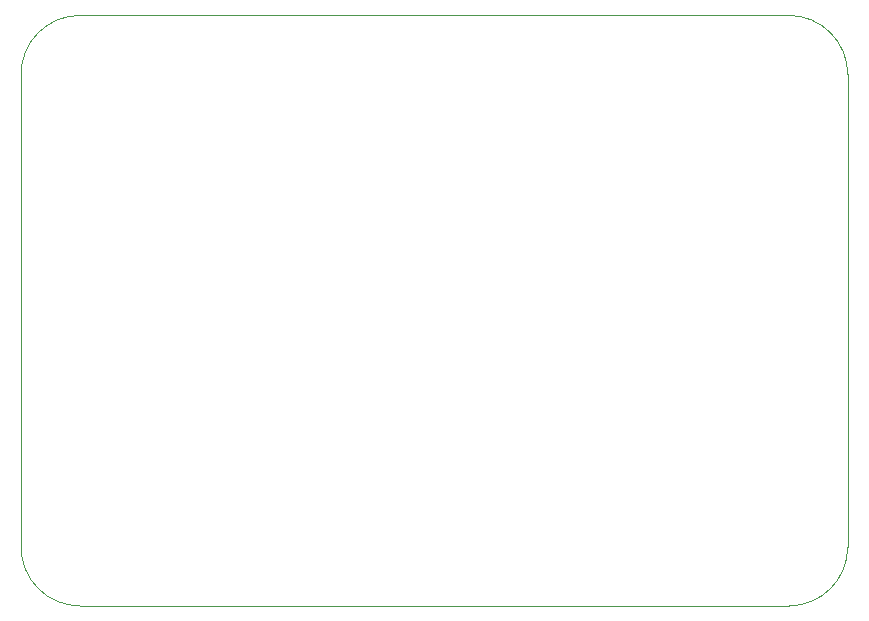
<source format=gbr>
%TF.GenerationSoftware,KiCad,Pcbnew,8.0.9-8.0.9-0~ubuntu24.04.1*%
%TF.CreationDate,2025-05-04T14:10:30+03:00*%
%TF.ProjectId,vario_kicad,76617269-6f5f-46b6-9963-61642e6b6963,rev?*%
%TF.SameCoordinates,Original*%
%TF.FileFunction,Profile,NP*%
%FSLAX46Y46*%
G04 Gerber Fmt 4.6, Leading zero omitted, Abs format (unit mm)*
G04 Created by KiCad (PCBNEW 8.0.9-8.0.9-0~ubuntu24.04.1) date 2025-05-04 14:10:30*
%MOMM*%
%LPD*%
G01*
G04 APERTURE LIST*
%TA.AperFunction,Profile*%
%ADD10C,0.050000*%
%TD*%
G04 APERTURE END LIST*
D10*
X105000000Y-150000000D02*
X165000000Y-150000000D01*
X105000000Y-150000000D02*
G75*
G02*
X100000000Y-145000000I0J5000000D01*
G01*
X165000000Y-100000000D02*
G75*
G02*
X170000000Y-105000000I0J-5000000D01*
G01*
X165000000Y-100000000D02*
X105000000Y-100000000D01*
X170000000Y-145000000D02*
X170000000Y-105000000D01*
X100000000Y-105000000D02*
X100000000Y-145000000D01*
X100000000Y-105000000D02*
G75*
G02*
X105000000Y-100000000I5000000J0D01*
G01*
X170000000Y-145000000D02*
G75*
G02*
X165000000Y-150000000I-5000000J0D01*
G01*
M02*

</source>
